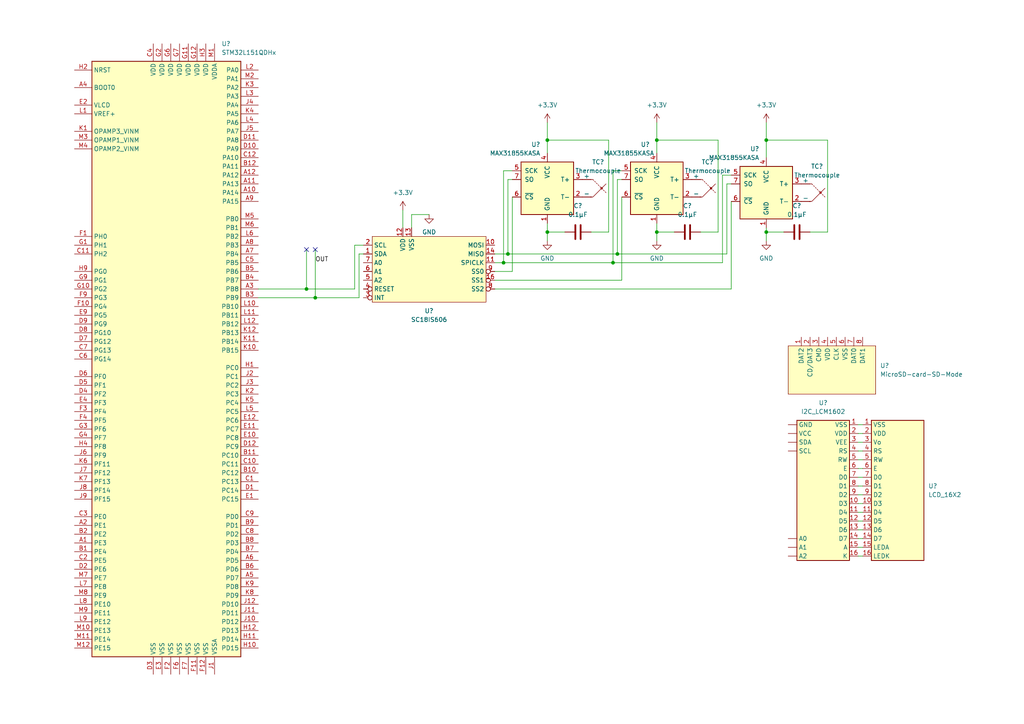
<source format=kicad_sch>
(kicad_sch (version 20211123) (generator eeschema)
  (paper "A4")
  (lib_symbols
    (symbol "Device:C" (pin_numbers hide) (pin_names (offset 0.254))
      (property "Reference" "C" (at 0.635 2.54 0))
      (property "Value" "C" (at 0.635 -2.54 0))
      (symbol "C_0_1"
        (polyline (pts (xy -2.032 -0.762) (xy 2.032 -0.762)) (stroke (width 0.508)))
        (polyline (pts (xy -2.032 0.762) (xy 2.032 0.762)) (stroke (width 0.508)))
      )
      (symbol "C_1_1"
        (pin passive line (at 0 3.81 270) (length 2.794) (name "~") (number "1"))
        (pin passive line (at 0 -3.81 90) (length 2.794) (name "~") (number "2"))
      )
    )
    (symbol "Device:Thermocouple" (pin_numbers hide) (pin_names (offset 0))
      (property "Reference" "TC" (at -3.048 3.81 0))
      (property "Value" "Thermocouple" (at -5.08 -4.064 0))
      (symbol "Thermocouple_0_1"
        (circle (center -3.048 0) (radius 0.254) (fill (type outline)))
        (polyline (pts (xy -4.064 -1.016) (xy -4.318 -1.27)))
        (polyline (pts (xy -3.556 -0.508) (xy -3.81 -0.762)))
        (polyline (pts (xy -3.048 0) (xy -3.302 -0.254)))
        (polyline (pts (xy -2.54 0.508) (xy -2.794 0.254)))
        (polyline (pts (xy -2.032 1.016) (xy -2.286 0.762)))
        (polyline (pts (xy -1.524 1.524) (xy -1.778 1.27)))
        (polyline (pts (xy -1.016 2.032) (xy -1.27 1.778)))
        (polyline (pts (xy -0.508 2.54) (xy -0.762 2.286)))
        (polyline (pts (xy 0 -2.54) (xy -0.254 -2.54)))
        (polyline (pts (xy 0 2.54) (xy -0.508 2.54)))
        (polyline (pts (xy 0.254 -2.54) (xy -0.508 -2.54) (xy -4.318 1.27)))
      )
      (symbol "Thermocouple_1_1"
        (pin passive line (at 2.54 2.54 180) (length 2.54) (name "+") (number "1"))
        (pin passive line (at 2.54 -2.54 180) (length 2.54) (name "-") (number "2"))
      )
    )
    (symbol "Embedded-Systems-Class-Project:MicroSD-card-SD-Mode"
      (property "Reference" "U" (at 0 -3.81 0))
      (property "Value" "MicroSD-card-SD-Mode" (at 0 -7.62 0))
      (symbol "MicroSD-card-SD-Mode_0_1"
        (rectangle (start -12.7 3.81) (end 12.7 -10.16) (fill (type background)))
      )
      (symbol "MicroSD-card-SD-Mode_1_1"
        (pin bidirectional line (at -8.89 6.35 270) (length 2.54) (name "DAT2") (number "1"))
        (pin bidirectional line (at -6.35 6.35 270) (length 2.54) (name "CD/DAT3") (number "2"))
        (pin output line (at -3.81 6.35 270) (length 2.54) (name "CMD") (number "3"))
        (pin power_in line (at -1.27 6.35 270) (length 2.54) (name "VDD") (number "4"))
        (pin input line (at 1.27 6.35 270) (length 2.54) (name "CLK") (number "5"))
        (pin power_in line (at 3.81 6.35 270) (length 2.54) (name "VSS") (number "6"))
        (pin bidirectional line (at 6.35 6.35 270) (length 2.54) (name "DAT0") (number "7"))
        (pin bidirectional line (at 8.89 6.35 270) (length 2.54) (name "DAT1") (number "8"))
      )
    )
    (symbol "Embedded-Systems-Class-Project:SC18IS606"
      (property "Reference" "U" (at 0 10.16 0))
      (property "Value" "SC18IS606" (at 0 12.7 0))
      (symbol "SC18IS606_0_1"
        (rectangle (start -20.32 7.62) (end 12.7 -11.43) (fill (type background)))
      )
      (symbol "SC18IS606_1_1"
        (pin bidirectional line (at -22.86 2.54 0) (length 2.54) (name "SDA") (number "1"))
        (pin output line (at 15.24 5.08 180) (length 2.54) (name "MOSI") (number "10"))
        (pin output line (at 15.24 0 180) (length 2.54) (name "SPICLK") (number "11"))
        (pin passive line (at -11.43 10.16 270) (length 2.54) (name "VDD") (number "12"))
        (pin passive line (at -8.89 10.16 270) (length 2.54) (name "VSS") (number "13"))
        (pin input line (at 15.24 2.54 180) (length 2.54) (name "MISO") (number "14"))
        (pin output inverted (at 15.24 -5.08 180) (length 2.54) (name "SS1") (number "16"))
        (pin input line (at -22.86 5.08 0) (length 2.54) (name "SCL") (number "2"))
        (pin output inverted (at -22.86 -10.16 0) (length 2.54) (name "INT") (number "3"))
        (pin input inverted (at -22.86 -7.62 0) (length 2.54) (name "RESET") (number "4"))
        (pin passive line (at -22.86 -5.08 0) (length 2.54) (name "A2") (number "5"))
        (pin passive line (at -22.86 -2.54 0) (length 2.54) (name "A1") (number "6"))
        (pin passive line (at -22.86 0 0) (length 2.54) (name "A0") (number "7"))
        (pin output inverted (at 15.24 -7.62 180) (length 2.54) (name "SS2") (number "8"))
        (pin output inverted (at 15.24 -2.54 180) (length 2.54) (name "SS0") (number "9"))
      )
    )
    (symbol "MCU_ST_STM32L1:STM32L151QDHx"
      (property "Reference" "U" (at -22.86 87.63 0))
      (property "Value" "STM32L151QDHx" (at 15.24 87.63 0))
      (symbol "STM32L151QDHx_0_1"
        (rectangle (start -22.86 -86.36) (end 20.32 86.36) (stroke (width 0.254)) (fill (type background)))
      )
      (symbol "STM32L151QDHx_1_1"
        (pin bidirectional line (at -27.94 -53.34 0) (length 5.08) (name "PE3") (number "A1"))
        (pin bidirectional line (at 25.4 48.26 180) (length 5.08) (name "PA14") (number "A10"))
        (pin bidirectional line (at 25.4 50.8 180) (length 5.08) (name "PA13") (number "A11"))
        (pin bidirectional line (at 25.4 53.34 180) (length 5.08) (name "PA12") (number "A12"))
        (pin bidirectional line (at -27.94 -48.26 0) (length 5.08) (name "PE1") (number "A2"))
        (pin bidirectional line (at 25.4 20.32 180) (length 5.08) (name "PB8") (number "A3"))
        (pin input line (at -27.94 78.74 0) (length 5.08) (name "BOOT0") (number "A4"))
        (pin bidirectional line (at 25.4 -63.5 180) (length 5.08) (name "PD7") (number "A5"))
        (pin bidirectional line (at 25.4 -58.42 180) (length 5.08) (name "PD5") (number "A6"))
        (pin bidirectional line (at 25.4 30.48 180) (length 5.08) (name "PB4") (number "A7"))
        (pin bidirectional line (at 25.4 33.02 180) (length 5.08) (name "PB3") (number "A8"))
        (pin bidirectional line (at 25.4 45.72 180) (length 5.08) (name "PA15") (number "A9"))
        (pin bidirectional line (at -27.94 -55.88 0) (length 5.08) (name "PE4") (number "B1"))
        (pin bidirectional line (at 25.4 -33.02 180) (length 5.08) (name "PC12") (number "B10"))
        (pin bidirectional line (at 25.4 -27.94 180) (length 5.08) (name "PC10") (number "B11"))
        (pin bidirectional line (at 25.4 55.88 180) (length 5.08) (name "PA11") (number "B12"))
        (pin bidirectional line (at -27.94 -50.8 0) (length 5.08) (name "PE2") (number "B2"))
        (pin bidirectional line (at 25.4 17.78 180) (length 5.08) (name "PB9") (number "B3"))
        (pin bidirectional line (at 25.4 22.86 180) (length 5.08) (name "PB7") (number "B4"))
        (pin bidirectional line (at 25.4 25.4 180) (length 5.08) (name "PB6") (number "B5"))
        (pin bidirectional line (at 25.4 -60.96 180) (length 5.08) (name "PD6") (number "B6"))
        (pin bidirectional line (at 25.4 -55.88 180) (length 5.08) (name "PD4") (number "B7"))
        (pin bidirectional line (at 25.4 -53.34 180) (length 5.08) (name "PD3") (number "B8"))
        (pin bidirectional line (at 25.4 -48.26 180) (length 5.08) (name "PD1") (number "B9"))
        (pin bidirectional line (at 25.4 -35.56 180) (length 5.08) (name "PC13") (number "C1"))
        (pin bidirectional line (at 25.4 -30.48 180) (length 5.08) (name "PC11") (number "C10"))
        (pin bidirectional line (at -27.94 30.48 0) (length 5.08) (name "PH2") (number "C11"))
        (pin bidirectional line (at 25.4 58.42 180) (length 5.08) (name "PA10") (number "C12"))
        (pin bidirectional line (at -27.94 -58.42 0) (length 5.08) (name "PE5") (number "C2"))
        (pin bidirectional line (at -27.94 -45.72 0) (length 5.08) (name "PE0") (number "C3"))
        (pin power_in line (at -5.08 91.44 270) (length 5.08) (name "VDD") (number "C4"))
        (pin bidirectional line (at 25.4 27.94 180) (length 5.08) (name "PB5") (number "C5"))
        (pin bidirectional line (at -27.94 0 0) (length 5.08) (name "PG14") (number "C6"))
        (pin bidirectional line (at -27.94 2.54 0) (length 5.08) (name "PG13") (number "C7"))
        (pin bidirectional line (at 25.4 -50.8 180) (length 5.08) (name "PD2") (number "C8"))
        (pin bidirectional line (at 25.4 -45.72 180) (length 5.08) (name "PD0") (number "C9"))
        (pin bidirectional line (at 25.4 -38.1 180) (length 5.08) (name "PC14") (number "D1"))
        (pin bidirectional line (at 25.4 60.96 180) (length 5.08) (name "PA9") (number "D10"))
        (pin bidirectional line (at 25.4 63.5 180) (length 5.08) (name "PA8") (number "D11"))
        (pin bidirectional line (at 25.4 -25.4 180) (length 5.08) (name "PC9") (number "D12"))
        (pin bidirectional line (at -27.94 -60.96 0) (length 5.08) (name "PE6") (number "D2"))
        (pin power_in line (at -5.08 -91.44 90) (length 5.08) (name "VSS") (number "D3"))
        (pin bidirectional line (at -27.94 -10.16 0) (length 5.08) (name "PF2") (number "D4"))
        (pin bidirectional line (at -27.94 -7.62 0) (length 5.08) (name "PF1") (number "D5"))
        (pin bidirectional line (at -27.94 -5.08 0) (length 5.08) (name "PF0") (number "D6"))
        (pin bidirectional line (at -27.94 5.08 0) (length 5.08) (name "PG12") (number "D7"))
        (pin bidirectional line (at -27.94 7.62 0) (length 5.08) (name "PG10") (number "D8"))
        (pin bidirectional line (at -27.94 10.16 0) (length 5.08) (name "PG9") (number "D9"))
        (pin bidirectional line (at 25.4 -40.64 180) (length 5.08) (name "PC15") (number "E1"))
        (pin bidirectional line (at 25.4 -22.86 180) (length 5.08) (name "PC8") (number "E10"))
        (pin bidirectional line (at 25.4 -20.32 180) (length 5.08) (name "PC7") (number "E11"))
        (pin bidirectional line (at 25.4 -17.78 180) (length 5.08) (name "PC6") (number "E12"))
        (pin power_in line (at -27.94 73.66 0) (length 5.08) (name "VLCD") (number "E2"))
        (pin power_in line (at -2.54 -91.44 90) (length 5.08) (name "VSS") (number "E3"))
        (pin bidirectional line (at -27.94 -12.7 0) (length 5.08) (name "PF3") (number "E4"))
        (pin bidirectional line (at -27.94 12.7 0) (length 5.08) (name "PG5") (number "E9"))
        (pin input line (at -27.94 35.56 0) (length 5.08) (name "PH0") (number "F1"))
        (pin bidirectional line (at -27.94 15.24 0) (length 5.08) (name "PG4") (number "F10"))
        (pin power_in line (at 7.62 -91.44 90) (length 5.08) (name "VSS") (number "F11"))
        (pin power_in line (at 10.16 -91.44 90) (length 5.08) (name "VSS") (number "F12"))
        (pin power_in line (at 0 -91.44 90) (length 5.08) (name "VSS") (number "F2"))
        (pin bidirectional line (at -27.94 -15.24 0) (length 5.08) (name "PF4") (number "F3"))
        (pin bidirectional line (at -27.94 -17.78 0) (length 5.08) (name "PF5") (number "F4"))
        (pin power_in line (at 2.54 -91.44 90) (length 5.08) (name "VSS") (number "F6"))
        (pin power_in line (at 5.08 -91.44 90) (length 5.08) (name "VSS") (number "F7"))
        (pin bidirectional line (at -27.94 17.78 0) (length 5.08) (name "PG3") (number "F9"))
        (pin input line (at -27.94 33.02 0) (length 5.08) (name "PH1") (number "G1"))
        (pin bidirectional line (at -27.94 20.32 0) (length 5.08) (name "PG2") (number "G10"))
        (pin power_in line (at 5.08 91.44 270) (length 5.08) (name "VDD") (number "G11"))
        (pin power_in line (at 7.62 91.44 270) (length 5.08) (name "VDD") (number "G12"))
        (pin power_in line (at -2.54 91.44 270) (length 5.08) (name "VDD") (number "G2"))
        (pin bidirectional line (at -27.94 -20.32 0) (length 5.08) (name "PF6") (number "G3"))
        (pin bidirectional line (at -27.94 -22.86 0) (length 5.08) (name "PF7") (number "G4"))
        (pin power_in line (at 0 91.44 270) (length 5.08) (name "VDD") (number "G6"))
        (pin power_in line (at 2.54 91.44 270) (length 5.08) (name "VDD") (number "G7"))
        (pin bidirectional line (at -27.94 22.86 0) (length 5.08) (name "PG1") (number "G9"))
        (pin bidirectional line (at 25.4 -2.54 180) (length 5.08) (name "PC0") (number "H1"))
        (pin bidirectional line (at 25.4 -83.82 180) (length 5.08) (name "PD15") (number "H10"))
        (pin bidirectional line (at 25.4 -81.28 180) (length 5.08) (name "PD14") (number "H11"))
        (pin bidirectional line (at 25.4 -78.74 180) (length 5.08) (name "PD13") (number "H12"))
        (pin input line (at -27.94 83.82 0) (length 5.08) (name "NRST") (number "H2"))
        (pin power_in line (at 10.16 91.44 270) (length 5.08) (name "VDD") (number "H3"))
        (pin bidirectional line (at -27.94 -25.4 0) (length 5.08) (name "PF8") (number "H4"))
        (pin bidirectional line (at -27.94 25.4 0) (length 5.08) (name "PG0") (number "H9"))
        (pin power_in line (at 12.7 -91.44 90) (length 5.08) (name "VSSA") (number "J1"))
        (pin bidirectional line (at 25.4 -76.2 180) (length 5.08) (name "PD12") (number "J10"))
        (pin bidirectional line (at 25.4 -73.66 180) (length 5.08) (name "PD11") (number "J11"))
        (pin bidirectional line (at 25.4 -71.12 180) (length 5.08) (name "PD10") (number "J12"))
        (pin bidirectional line (at 25.4 -5.08 180) (length 5.08) (name "PC1") (number "J2"))
        (pin bidirectional line (at 25.4 -7.62 180) (length 5.08) (name "PC2") (number "J3"))
        (pin bidirectional line (at 25.4 73.66 180) (length 5.08) (name "PA4") (number "J4"))
        (pin bidirectional line (at 25.4 66.04 180) (length 5.08) (name "PA7") (number "J5"))
        (pin bidirectional line (at -27.94 -27.94 0) (length 5.08) (name "PF9") (number "J6"))
        (pin bidirectional line (at -27.94 -33.02 0) (length 5.08) (name "PF12") (number "J7"))
        (pin bidirectional line (at -27.94 -38.1 0) (length 5.08) (name "PF14") (number "J8"))
        (pin bidirectional line (at -27.94 -40.64 0) (length 5.08) (name "PF15") (number "J9"))
        (pin bidirectional line (at -27.94 66.04 0) (length 5.08) (name "OPAMP3_VINM") (number "K1"))
        (pin bidirectional line (at 25.4 2.54 180) (length 5.08) (name "PB15") (number "K10"))
        (pin bidirectional line (at 25.4 5.08 180) (length 5.08) (name "PB14") (number "K11"))
        (pin bidirectional line (at 25.4 7.62 180) (length 5.08) (name "PB13") (number "K12"))
        (pin bidirectional line (at 25.4 -10.16 180) (length 5.08) (name "PC3") (number "K2"))
        (pin bidirectional line (at 25.4 78.74 180) (length 5.08) (name "PA2") (number "K3"))
        (pin bidirectional line (at 25.4 71.12 180) (length 5.08) (name "PA5") (number "K4"))
        (pin bidirectional line (at 25.4 -12.7 180) (length 5.08) (name "PC4") (number "K5"))
        (pin bidirectional line (at -27.94 -30.48 0) (length 5.08) (name "PF11") (number "K6"))
        (pin bidirectional line (at -27.94 -35.56 0) (length 5.08) (name "PF13") (number "K7"))
        (pin bidirectional line (at 25.4 -68.58 180) (length 5.08) (name "PD9") (number "K8"))
        (pin bidirectional line (at 25.4 -66.04 180) (length 5.08) (name "PD8") (number "K9"))
        (pin power_in line (at -27.94 71.12 0) (length 5.08) (name "VREF+") (number "L1"))
        (pin bidirectional line (at 25.4 15.24 180) (length 5.08) (name "PB10") (number "L10"))
        (pin bidirectional line (at 25.4 12.7 180) (length 5.08) (name "PB11") (number "L11"))
        (pin bidirectional line (at 25.4 10.16 180) (length 5.08) (name "PB12") (number "L12"))
        (pin bidirectional line (at 25.4 83.82 180) (length 5.08) (name "PA0") (number "L2"))
        (pin bidirectional line (at 25.4 76.2 180) (length 5.08) (name "PA3") (number "L3"))
        (pin bidirectional line (at 25.4 68.58 180) (length 5.08) (name "PA6") (number "L4"))
        (pin bidirectional line (at 25.4 -15.24 180) (length 5.08) (name "PC5") (number "L5"))
        (pin bidirectional line (at 25.4 35.56 180) (length 5.08) (name "PB2") (number "L6"))
        (pin bidirectional line (at -27.94 -66.04 0) (length 5.08) (name "PE8") (number "L7"))
        (pin bidirectional line (at -27.94 -71.12 0) (length 5.08) (name "PE10") (number "L8"))
        (pin bidirectional line (at -27.94 -76.2 0) (length 5.08) (name "PE12") (number "L9"))
        (pin power_in line (at 12.7 91.44 270) (length 5.08) (name "VDDA") (number "M1"))
        (pin bidirectional line (at -27.94 -78.74 0) (length 5.08) (name "PE13") (number "M10"))
        (pin bidirectional line (at -27.94 -81.28 0) (length 5.08) (name "PE14") (number "M11"))
        (pin bidirectional line (at -27.94 -83.82 0) (length 5.08) (name "PE15") (number "M12"))
        (pin bidirectional line (at 25.4 81.28 180) (length 5.08) (name "PA1") (number "M2"))
        (pin bidirectional line (at -27.94 63.5 0) (length 5.08) (name "OPAMP1_VINM") (number "M3"))
        (pin bidirectional line (at -27.94 60.96 0) (length 5.08) (name "OPAMP2_VINM") (number "M4"))
        (pin bidirectional line (at 25.4 40.64 180) (length 5.08) (name "PB0") (number "M5"))
        (pin bidirectional line (at 25.4 38.1 180) (length 5.08) (name "PB1") (number "M6"))
        (pin bidirectional line (at -27.94 -63.5 0) (length 5.08) (name "PE7") (number "M7"))
        (pin bidirectional line (at -27.94 -68.58 0) (length 5.08) (name "PE9") (number "M8"))
        (pin bidirectional line (at -27.94 -73.66 0) (length 5.08) (name "PE11") (number "M9"))
      )
    )
    (symbol "New_Library:I2C_LCM1602"
      (property "Reference" "U" (at -5.08 0 0))
      (property "Value" "I2C_LCM1602" (at 3.81 0 0))
      (symbol "I2C_LCM1602_0_1"
        (rectangle (start -6.35 -1.27) (end 8.89 -41.91) (stroke (width 0.254)) (fill (type background)))
      )
      (symbol "I2C_LCM1602_1_1"
        (pin passive line (at -8.89 -35.56 0) (length 2.54) (name "A0") (number ""))
        (pin passive line (at -8.89 -38.1 0) (length 2.54) (name "A1") (number ""))
        (pin passive line (at -8.89 -40.64 0) (length 2.54) (name "A2") (number ""))
        (pin power_in line (at -8.89 -2.54 0) (length 2.54) (name "GND") (number ""))
        (pin bidirectional line (at -8.89 -10.16 0) (length 2.54) (name "SCL") (number ""))
        (pin bidirectional line (at -8.89 -7.62 0) (length 2.54) (name "SDA") (number ""))
        (pin power_in line (at -8.89 -5.08 0) (length 2.54) (name "VCC") (number ""))
        (pin power_in line (at 11.43 -2.54 180) (length 2.54) (name "VSS") (number "1"))
        (pin bidirectional line (at 11.43 -25.4 180) (length 2.54) (name "D3") (number "10"))
        (pin bidirectional line (at 11.43 -27.94 180) (length 2.54) (name "D4") (number "11"))
        (pin bidirectional line (at 11.43 -30.48 180) (length 2.54) (name "D5") (number "12"))
        (pin bidirectional line (at 11.43 -33.02 180) (length 2.54) (name "D6") (number "13"))
        (pin bidirectional line (at 11.43 -35.56 180) (length 2.54) (name "D7") (number "14"))
        (pin passive line (at 11.43 -38.1 180) (length 2.54) (name "A") (number "15"))
        (pin passive line (at 11.43 -40.64 180) (length 2.54) (name "K") (number "16"))
        (pin power_in line (at 11.43 -5.08 180) (length 2.54) (name "VDD") (number "2"))
        (pin input line (at 11.43 -7.62 180) (length 2.54) (name "VEE") (number "3"))
        (pin input line (at 11.43 -10.16 180) (length 2.54) (name "RS") (number "4"))
        (pin input line (at 11.43 -12.7 180) (length 2.54) (name "RW") (number "5"))
        (pin input line (at 11.43 -15.24 180) (length 2.54) (name "E") (number "6"))
        (pin bidirectional line (at 11.43 -17.78 180) (length 2.54) (name "D0") (number "7"))
        (pin bidirectional line (at 11.43 -20.32 180) (length 2.54) (name "D1") (number "8"))
        (pin bidirectional line (at 11.43 -22.86 180) (length 2.54) (name "D2") (number "9"))
      )
    )
    (symbol "New_Library:LCD_16X2"
      (property "Reference" "U" (at -2.54 0 0))
      (property "Value" "LCD_16X2" (at 7.62 0 0))
      (symbol "LCD_16X2_0_1"
        (rectangle (start -6.35 -2.54) (end 8.89 -43.18) (stroke (width 0.254)) (fill (type background)))
      )
      (symbol "LCD_16X2_1_1"
        (pin power_in line (at -8.89 -3.81 0) (length 2.54) (name "VSS") (number "1"))
        (pin bidirectional line (at -8.89 -26.67 0) (length 2.54) (name "D3") (number "10"))
        (pin bidirectional line (at -8.89 -29.21 0) (length 2.54) (name "D4") (number "11"))
        (pin bidirectional line (at -8.89 -31.75 0) (length 2.54) (name "D5") (number "12"))
        (pin bidirectional line (at -8.89 -34.29 0) (length 2.54) (name "D6") (number "13"))
        (pin bidirectional line (at -8.89 -36.83 0) (length 2.54) (name "D7") (number "14"))
        (pin passive line (at -8.89 -39.37 0) (length 2.54) (name "LEDA") (number "15"))
        (pin passive line (at -8.89 -41.91 0) (length 2.54) (name "LEDK") (number "16"))
        (pin power_in line (at -8.89 -6.35 0) (length 2.54) (name "VDD") (number "2"))
        (pin input line (at -8.89 -8.89 0) (length 2.54) (name "Vo") (number "3"))
        (pin input line (at -8.89 -11.43 0) (length 2.54) (name "RS") (number "4"))
        (pin input line (at -8.89 -13.97 0) (length 2.54) (name "RW") (number "5"))
        (pin input line (at -8.89 -16.51 0) (length 2.54) (name "E") (number "6"))
        (pin bidirectional line (at -8.89 -19.05 0) (length 2.54) (name "D0") (number "7"))
        (pin bidirectional line (at -8.89 -21.59 0) (length 2.54) (name "D1") (number "8"))
        (pin bidirectional line (at -8.89 -24.13 0) (length 2.54) (name "D2") (number "9"))
      )
    )
    (symbol "Sensor_Temperature:MAX31855KASA" (pin_names (offset 1.016))
      (property "Reference" "U" (at -7.62 8.89 0))
      (property "Value" "MAX31855KASA" (at 1.27 8.89 0))
      (symbol "MAX31855KASA_0_1"
        (rectangle (start -7.62 7.62) (end 7.62 -7.62) (stroke (width 0.254)) (fill (type background)))
      )
      (symbol "MAX31855KASA_1_1"
        (pin power_in line (at 0 -10.16 90) (length 2.54) (name "GND") (number "1"))
        (pin passive line (at -10.16 -2.54 0) (length 2.54) (name "T-") (number "2"))
        (pin passive line (at -10.16 2.54 0) (length 2.54) (name "T+") (number "3"))
        (pin power_in line (at 0 10.16 270) (length 2.54) (name "VCC") (number "4"))
        (pin input line (at 10.16 5.08 180) (length 2.54) (name "SCK") (number "5"))
        (pin input line (at 10.16 -2.54 180) (length 2.54) (name "~{CS}") (number "6"))
        (pin tri_state line (at 10.16 2.54 180) (length 2.54) (name "SO") (number "7"))
      )
    )
    (symbol "power:+3.3V" (power) (pin_names (offset 0))
      (property "Value" "+3.3V" (at 0 3.556 0))
      (symbol "+3.3V_0_1"
        (polyline (pts (xy -0.762 1.27) (xy 0 2.54)))
        (polyline (pts (xy 0 0) (xy 0 2.54)))
        (polyline (pts (xy 0 2.54) (xy 0.762 1.27)))
      )
      (symbol "+3.3V_1_1"
        (pin power_in line (at 0 0 90) (length 0) hide (name "+3.3V") (number "1"))
      )
    )
    (symbol "power:GND" (power) (pin_names (offset 0))
      (property "Value" "GND" (at 0 -3.81 0))
      (symbol "GND_0_1"
        (polyline (pts (xy 0 0) (xy 0 -1.27) (xy 1.27 -1.27) (xy 0 -2.54) (xy -1.27 -1.27) (xy 0 -1.27)))
      )
      (symbol "GND_1_1"
        (pin power_in line (at 0 0 270) (length 0) hide (name "GND") (number "1"))
      )
    )
  )
  (junction (at 147.32 73.66))
  (junction (at 222.25 67.31))
  (junction (at 190.5 67.31))
  (junction (at 177.8 76.2))
  (junction (at 179.07 73.66))
  (junction (at 88.9 83.82))
  (junction (at 158.75 40.64))
  (junction (at 190.5 40.64))
  (junction (at 146.05 76.2))
  (junction (at 91.44 86.36))
  (junction (at 222.25 40.64))
  (junction (at 158.75 67.31))
  (no_connect (at 88.9 72.39))
  (no_connect (at 91.44 72.39))
  (wire (pts (xy 210.82 53.34) (xy 210.82 73.66)))
  (wire (pts (xy 190.5 35.56) (xy 190.5 40.64)))
  (wire (pts (xy 190.5 67.31) (xy 195.58 67.31)))
  (wire (pts (xy 146.05 49.53) (xy 146.05 76.2)))
  (wire (pts (xy 248.92 125.73) (xy 250.19 125.73)))
  (wire (pts (xy 222.25 66.04) (xy 222.25 67.31)))
  (wire (pts (xy 248.92 153.67) (xy 250.19 153.67)))
  (wire (pts (xy 222.25 40.64) (xy 222.25 45.72)))
  (wire (pts (xy 222.25 35.56) (xy 222.25 40.64)))
  (wire (pts (xy 222.25 40.64) (xy 240.03 40.64)))
  (wire (pts (xy 212.09 50.8) (xy 209.55 50.8)))
  (wire (pts (xy 179.07 52.07) (xy 179.07 73.66)))
  (wire (pts (xy 248.92 143.51) (xy 250.19 143.51)))
  (wire (pts (xy 102.87 83.82) (xy 88.9 83.82)))
  (wire (pts (xy 143.51 73.66) (xy 147.32 73.66)))
  (wire (pts (xy 158.75 40.64) (xy 158.75 44.45)))
  (wire (pts (xy 248.92 138.43) (xy 250.19 138.43)))
  (wire (pts (xy 203.2 67.31) (xy 208.28 67.31)))
  (wire (pts (xy 91.44 72.39) (xy 91.44 86.36)))
  (wire (pts (xy 248.92 130.81) (xy 250.19 130.81)))
  (wire (pts (xy 248.92 140.97) (xy 250.19 140.97)))
  (wire (pts (xy 248.92 146.05) (xy 250.19 146.05)))
  (wire (pts (xy 119.38 66.04) (xy 119.38 62.23)))
  (wire (pts (xy 148.59 78.74) (xy 143.51 78.74)))
  (wire (pts (xy 158.75 35.56) (xy 158.75 40.64)))
  (wire (pts (xy 180.34 57.15) (xy 180.34 81.28)))
  (wire (pts (xy 190.5 64.77) (xy 190.5 67.31)))
  (wire (pts (xy 147.32 52.07) (xy 147.32 73.66)))
  (wire (pts (xy 119.38 62.23) (xy 124.46 62.23)))
  (wire (pts (xy 248.92 151.13) (xy 250.19 151.13)))
  (wire (pts (xy 180.34 81.28) (xy 143.51 81.28)))
  (wire (pts (xy 212.09 58.42) (xy 212.09 83.82)))
  (wire (pts (xy 74.93 86.36) (xy 91.44 86.36)))
  (wire (pts (xy 209.55 50.8) (xy 209.55 76.2)))
  (wire (pts (xy 248.92 161.29) (xy 250.19 161.29)))
  (wire (pts (xy 143.51 76.2) (xy 146.05 76.2)))
  (wire (pts (xy 158.75 64.77) (xy 158.75 67.31)))
  (wire (pts (xy 212.09 83.82) (xy 143.51 83.82)))
  (wire (pts (xy 248.92 148.59) (xy 250.19 148.59)))
  (wire (pts (xy 177.8 76.2) (xy 209.55 76.2)))
  (wire (pts (xy 190.5 40.64) (xy 190.5 44.45)))
  (wire (pts (xy 177.8 76.2) (xy 146.05 76.2)))
  (wire (pts (xy 179.07 73.66) (xy 210.82 73.66)))
  (wire (pts (xy 248.92 158.75) (xy 250.19 158.75)))
  (wire (pts (xy 180.34 52.07) (xy 179.07 52.07)))
  (wire (pts (xy 105.41 73.66) (xy 104.14 73.66)))
  (wire (pts (xy 234.95 67.31) (xy 240.03 67.31)))
  (wire (pts (xy 248.92 123.19) (xy 250.19 123.19)))
  (wire (pts (xy 158.75 67.31) (xy 158.75 69.85)))
  (wire (pts (xy 208.28 67.31) (xy 208.28 40.64)))
  (wire (pts (xy 116.84 60.96) (xy 116.84 66.04)))
  (wire (pts (xy 91.44 86.36) (xy 104.14 86.36)))
  (wire (pts (xy 171.45 67.31) (xy 176.53 67.31)))
  (wire (pts (xy 177.8 49.53) (xy 177.8 76.2)))
  (wire (pts (xy 180.34 49.53) (xy 177.8 49.53)))
  (wire (pts (xy 88.9 72.39) (xy 88.9 83.82)))
  (wire (pts (xy 158.75 40.64) (xy 176.53 40.64)))
  (wire (pts (xy 158.75 67.31) (xy 163.83 67.31)))
  (wire (pts (xy 190.5 67.31) (xy 190.5 69.85)))
  (wire (pts (xy 240.03 67.31) (xy 240.03 40.64)))
  (wire (pts (xy 222.25 67.31) (xy 222.25 69.85)))
  (wire (pts (xy 212.09 53.34) (xy 210.82 53.34)))
  (wire (pts (xy 222.25 67.31) (xy 227.33 67.31)))
  (wire (pts (xy 179.07 73.66) (xy 147.32 73.66)))
  (wire (pts (xy 148.59 57.15) (xy 148.59 78.74)))
  (wire (pts (xy 248.92 135.89) (xy 250.19 135.89)))
  (wire (pts (xy 102.87 71.12) (xy 102.87 83.82)))
  (wire (pts (xy 148.59 49.53) (xy 146.05 49.53)))
  (wire (pts (xy 148.59 52.07) (xy 147.32 52.07)))
  (wire (pts (xy 104.14 73.66) (xy 104.14 86.36)))
  (wire (pts (xy 105.41 71.12) (xy 102.87 71.12)))
  (wire (pts (xy 88.9 83.82) (xy 74.93 83.82)))
  (wire (pts (xy 248.92 156.21) (xy 250.19 156.21)))
  (wire (pts (xy 176.53 67.31) (xy 176.53 40.64)))
  (wire (pts (xy 190.5 40.64) (xy 208.28 40.64)))
  (wire (pts (xy 248.92 128.27) (xy 250.19 128.27)))
  (wire (pts (xy 248.92 133.35) (xy 250.19 133.35)))
  (label "OUT" (at 91.44 76.2 0))
  (symbol (lib_id "Device:Thermocouple") (at 171.45 54.61 0) (mirror y) (unit 1)
    (property "Reference" "TC?" (at 173.482 46.99 0))
    (property "Value" "Thermocouple" (at 173.482 49.53 0))
  )
  (symbol (lib_id "power:+3.3V") (at 158.75 35.56 0) (unit 1)
    (property "Reference" "#PWR?" (effects hide))
    (property "Value" "+3.3V" (at 158.75 30.48 0))
  )
  (symbol (lib_id "Device:Thermocouple") (at 234.95 55.88 0) (mirror y) (unit 1)
    (property "Reference" "TC?" (at 236.982 48.26 0))
    (property "Value" "Thermocouple" (at 236.982 50.8 0))
  )
  (symbol (lib_id "Embedded-Systems-Class-Project:SC18IS606") (at 128.27 76.2 0) (unit 1)
    (property "Reference" "U?" (at 124.46 90.17 0))
    (property "Value" "SC18IS606" (at 124.46 92.71 0))
  )
  (symbol (lib_id "Sensor_Temperature:MAX31855KASA") (at 190.5 54.61 0) (mirror y) (unit 1)
    (property "Reference" "U?" (at 188.4806 41.91 0) (effects (justify left)))
    (property "Value" "MAX31855KASA" (at 189.7506 44.45 0) (effects (justify left)))
    (property "Footprint" "Package_SO:SOIC-8_3.9x4.9mm_P1.27mm" (effects hide))
    (property "Datasheet" "http://datasheets.maximintegrated.com/en/ds/MAX31855.pdf" (effects hide))
  )
  (symbol (lib_id "Sensor_Temperature:MAX31855KASA") (at 222.25 55.88 0) (mirror y) (unit 1)
    (property "Reference" "U?" (at 220.2306 43.18 0) (effects (justify left)))
    (property "Value" "MAX31855KASA" (at 220.2306 45.72 0) (effects (justify left)))
    (property "Footprint" "Package_SO:SOIC-8_3.9x4.9mm_P1.27mm" (effects hide))
    (property "Datasheet" "http://datasheets.maximintegrated.com/en/ds/MAX31855.pdf" (effects hide))
  )
  (symbol (lib_id "Device:C") (at 167.64 67.31 270) (unit 1)
    (property "Reference" "C?" (at 167.64 59.69 90))
    (property "Value" "0.1μF" (at 167.64 62.23 90))
  )
  (symbol (lib_id "Device:C") (at 231.14 67.31 270) (unit 1)
    (property "Reference" "C?" (at 231.14 59.69 90))
    (property "Value" "0.1μF" (at 231.14 62.23 90))
  )
  (symbol (lib_id "power:+3.3V") (at 116.84 60.96 0) (unit 1)
    (property "Reference" "#PWR?" (effects hide))
    (property "Value" "+3.3V" (at 116.84 55.88 0))
  )
  (symbol (lib_id "New_Library:LCD_16X2") (at 259.08 119.38 0) (unit 1)
    (property "Reference" "U?" (at 269.24 140.9699 0) (effects (justify left)))
    (property "Value" "LCD_16X2" (at 269.24 143.5099 0) (effects (justify left)))
  )
  (symbol (lib_id "power:GND") (at 190.5 69.85 0) (unit 1)
    (property "Reference" "#PWR?" (effects hide))
    (property "Value" "GND" (at 190.5 74.93 0))
  )
  (symbol (lib_id "power:+3.3V") (at 190.5 35.56 0) (unit 1)
    (property "Reference" "#PWR?" (effects hide))
    (property "Value" "+3.3V" (at 190.5 30.48 0))
  )
  (symbol (lib_id "Sensor_Temperature:MAX31855KASA") (at 158.75 54.61 0) (mirror y) (unit 1)
    (property "Reference" "U?" (at 156.7306 41.91 0) (effects (justify left)))
    (property "Value" "MAX31855KASA" (at 156.7306 44.45 0) (effects (justify left)))
    (property "Footprint" "Package_SO:SOIC-8_3.9x4.9mm_P1.27mm" (effects hide))
    (property "Datasheet" "http://datasheets.maximintegrated.com/en/ds/MAX31855.pdf" (effects hide))
  )
  (symbol (lib_id "power:+3.3V") (at 222.25 35.56 0) (unit 1)
    (property "Reference" "#PWR?" (effects hide))
    (property "Value" "+3.3V" (at 222.25 30.48 0))
  )
  (symbol (lib_id "MCU_ST_STM32L1:STM32L151QDHx") (at 49.53 104.14 0) (unit 1)
    (property "Reference" "U?" (at 64.2494 12.7 0) (effects (justify left)))
    (property "Value" "STM32L151QDHx" (at 64.2494 15.24 0) (effects (justify left)))
    (property "Footprint" "Package_BGA:UFBGA-132_7x7mm_Layout12x12_P0.5mm" (effects hide))
    (property "Datasheet" "http://www.st.com/st-web-ui/static/active/en/resource/technical/document/datasheet/DM00034689.pdf" (effects hide))
  )
  (symbol (lib_id "power:GND") (at 124.46 62.23 0) (unit 1)
    (property "Reference" "#PWR?" (effects hide))
    (property "Value" "GND" (at 124.46 67.31 0))
  )
  (symbol (lib_id "power:GND") (at 222.25 69.85 0) (unit 1)
    (property "Reference" "#PWR?" (effects hide))
    (property "Value" "GND" (at 222.25 74.93 0))
  )
  (symbol (lib_id "Device:Thermocouple") (at 203.2 54.61 0) (mirror y) (unit 1)
    (property "Reference" "TC?" (at 205.232 46.99 0))
    (property "Value" "Thermocouple" (at 205.232 49.53 0))
  )
  (symbol (lib_id "Embedded-Systems-Class-Project:MicroSD-card-SD-Mode") (at 241.3 104.14 0) (unit 1)
    (property "Reference" "U?" (at 255.27 106.0449 0) (effects (justify left)))
    (property "Value" "MicroSD-card-SD-Mode" (at 255.27 108.5849 0) (effects (justify left)))
  )
  (symbol (lib_id "New_Library:I2C_LCM1602") (at 237.49 120.65 0) (unit 1)
    (property "Reference" "U?" (at 238.76 116.84 0))
    (property "Value" "I2C_LCM1602" (at 238.76 119.38 0))
  )
  (symbol (lib_id "Device:C") (at 199.39 67.31 270) (unit 1)
    (property "Reference" "C?" (at 199.39 59.69 90))
    (property "Value" "0.1μF" (at 199.39 62.23 90))
  )
  (symbol (lib_id "power:GND") (at 158.75 69.85 0) (unit 1)
    (property "Reference" "#PWR?" (effects hide))
    (property "Value" "GND" (at 158.75 74.93 0))
  )
)
</source>
